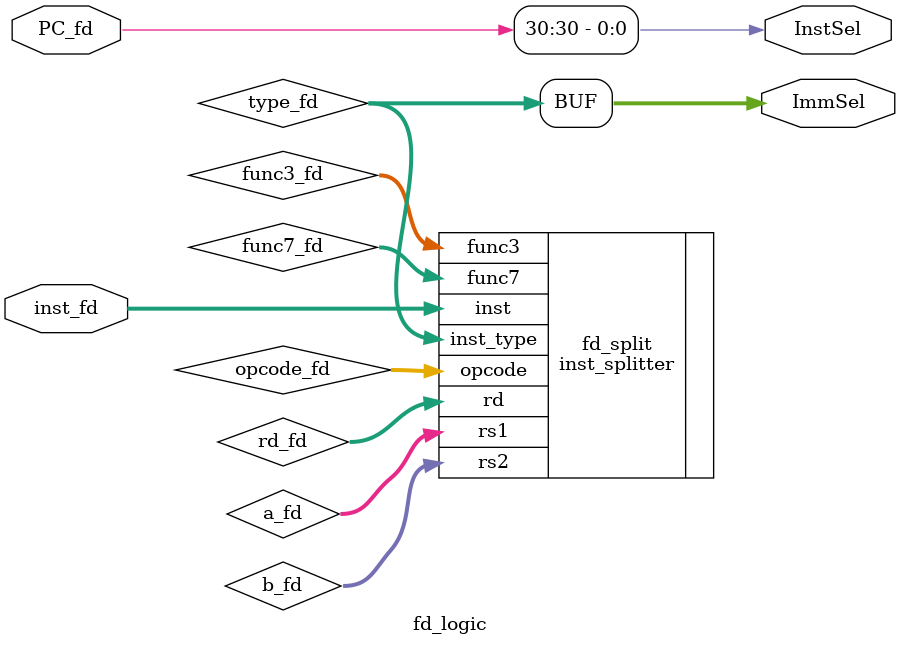
<source format=v>
module fd_logic #(
    parameter W_SIZE = 32
) (
    input [W_SIZE-1:0] inst_fd,
    input [W_SIZE-1:0] PC_fd, 
    output InstSel,
    output [2:0] ImmSel 
);
    
    wire [6:0] opcode_fd; 
    wire [4:0] rd_fd;
    wire [2:0] func3_fd;
    wire [4:0] a_fd, b_fd;
    wire [6:0] func7_fd;
    wire [2:0] type_fd;
    inst_splitter fd_split(
        .inst(inst_fd),
        .opcode(opcode_fd),
        .rd(rd_fd),
        .func3(func3_fd),
        .rs1(a_fd), .rs2(b_fd),
        .func7(func7_fd),
        .inst_type(type_fd)
    );
    
    
    assign InstSel = PC_fd[30]; 
    assign ImmSel = type_fd;

endmodule

</source>
